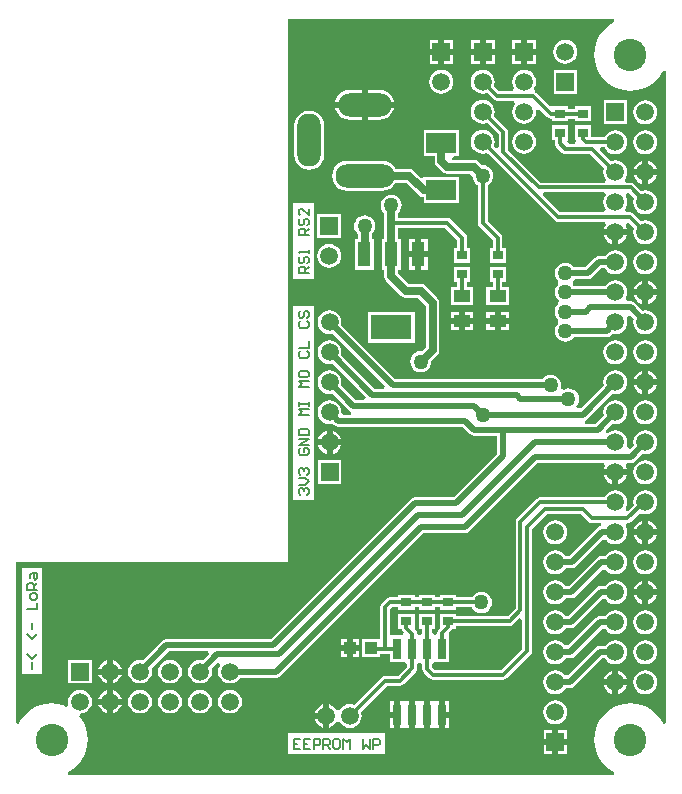
<source format=gtl>
G04 Layer_Physical_Order=1*
G04 Layer_Color=255*
%FSLAX44Y44*%
%MOMM*%
G71*
G01*
G75*
%ADD10R,0.8500X0.8000*%
%ADD11R,1.4000X1.0000*%
%ADD12C,1.5000*%
%ADD13R,1.0000X1.0000*%
%ADD14R,2.5000X1.7000*%
%ADD15R,3.5000X2.1500*%
%ADD16R,1.1000X2.1500*%
%ADD17R,1.1000X2.1500*%
%ADD18R,0.6500X1.7500*%
%ADD19C,0.3048*%
%ADD20C,0.6350*%
%ADD21C,0.5080*%
%ADD22C,0.2032*%
%ADD23R,1.5000X1.5000*%
%ADD24C,2.7500*%
%ADD25R,1.5000X1.5000*%
%ADD26O,4.5000X2.0000*%
%ADD27O,2.0000X4.5000*%
%ADD28O,5.0000X2.0000*%
%ADD29C,1.2700*%
G36*
X1160984Y895000D02*
X1161489Y892460D01*
X1161092Y892296D01*
X1156993Y889784D01*
X1153338Y886662D01*
X1150216Y883007D01*
X1147704Y878908D01*
X1145865Y874467D01*
X1144743Y869792D01*
X1144366Y865000D01*
X1144743Y860208D01*
X1145865Y855533D01*
X1147704Y851092D01*
X1150216Y846993D01*
X1153338Y843338D01*
X1156993Y840216D01*
X1161092Y837704D01*
X1165534Y835865D01*
X1170208Y834743D01*
X1175000Y834366D01*
X1179792Y834743D01*
X1184467Y835865D01*
X1188908Y837704D01*
X1193007Y840216D01*
X1196662Y843338D01*
X1199784Y846993D01*
X1202296Y851092D01*
X1202460Y851489D01*
X1205000Y850984D01*
X1205000Y299016D01*
X1202460Y298511D01*
X1202296Y298908D01*
X1199784Y303006D01*
X1196662Y306662D01*
X1193007Y309784D01*
X1188908Y312295D01*
X1184467Y314135D01*
X1179792Y315257D01*
X1175000Y315634D01*
X1170208Y315257D01*
X1165534Y314135D01*
X1161092Y312295D01*
X1156993Y309784D01*
X1153338Y306662D01*
X1150216Y303006D01*
X1147704Y298908D01*
X1145865Y294466D01*
X1144743Y289792D01*
X1144366Y285000D01*
X1144743Y280208D01*
X1145865Y275533D01*
X1147704Y271092D01*
X1150216Y266994D01*
X1153338Y263338D01*
X1156993Y260216D01*
X1161092Y257705D01*
X1161489Y257540D01*
X1160984Y255000D01*
X699020Y255002D01*
X698514Y257542D01*
X698908Y257705D01*
X703007Y260216D01*
X706662Y263338D01*
X709784Y266994D01*
X712296Y271092D01*
X714135Y275533D01*
X715257Y280208D01*
X715634Y285000D01*
X715257Y289792D01*
X714135Y294466D01*
X712296Y298908D01*
X709784Y303006D01*
X708339Y304699D01*
X708655Y305883D01*
X709508Y307240D01*
X711621Y307518D01*
X714063Y308530D01*
X716161Y310139D01*
X717770Y312237D01*
X718782Y314679D01*
X719127Y317300D01*
X718782Y319921D01*
X717770Y322363D01*
X716161Y324461D01*
X714063Y326070D01*
X711621Y327082D01*
X709000Y327427D01*
X706379Y327082D01*
X703937Y326070D01*
X701839Y324461D01*
X700230Y322363D01*
X699218Y319921D01*
X698873Y317300D01*
X699185Y314930D01*
X698604Y314185D01*
X697156Y313021D01*
X694467Y314135D01*
X689792Y315257D01*
X685000Y315634D01*
X680208Y315257D01*
X675533Y314135D01*
X671092Y312295D01*
X666993Y309784D01*
X663338Y306662D01*
X660216Y303006D01*
X657704Y298908D01*
X657540Y298510D01*
X655000Y299016D01*
X655000Y435000D01*
X885000D01*
X885000Y895000D01*
X1160984Y895000D01*
D02*
G37*
%LPC*%
G36*
X1095040Y877540D02*
X1087540D01*
Y870040D01*
X1095040D01*
Y877540D01*
D02*
G37*
G36*
X1082460D02*
X1074960D01*
Y870040D01*
X1082460D01*
Y877540D01*
D02*
G37*
G36*
X1060040D02*
X1052540D01*
Y870040D01*
X1060040D01*
Y877540D01*
D02*
G37*
G36*
X1047460D02*
X1039960D01*
Y870040D01*
X1047460D01*
Y877540D01*
D02*
G37*
G36*
X1025040D02*
X1017540D01*
Y870040D01*
X1025040D01*
Y877540D01*
D02*
G37*
G36*
X1012460D02*
X1004960D01*
Y870040D01*
X1012460D01*
Y877540D01*
D02*
G37*
G36*
X1095040Y864960D02*
X1087540D01*
Y857460D01*
X1095040D01*
Y864960D01*
D02*
G37*
G36*
X1082460D02*
X1074960D01*
Y857460D01*
X1082460D01*
Y864960D01*
D02*
G37*
G36*
X1060040D02*
X1052540D01*
Y857460D01*
X1060040D01*
Y864960D01*
D02*
G37*
G36*
X1047460D02*
X1039960D01*
Y857460D01*
X1047460D01*
Y864960D01*
D02*
G37*
G36*
X1025040D02*
X1017540D01*
Y857460D01*
X1025040D01*
Y864960D01*
D02*
G37*
G36*
X1012460D02*
X1004960D01*
Y857460D01*
X1012460D01*
Y864960D01*
D02*
G37*
G36*
X1120000Y877627D02*
X1117379Y877282D01*
X1114937Y876270D01*
X1112839Y874661D01*
X1111230Y872563D01*
X1110218Y870121D01*
X1109873Y867500D01*
X1110218Y864879D01*
X1111230Y862437D01*
X1112839Y860339D01*
X1114937Y858730D01*
X1117379Y857718D01*
X1120000Y857373D01*
X1122621Y857718D01*
X1125063Y858730D01*
X1127161Y860339D01*
X1128770Y862437D01*
X1129782Y864879D01*
X1130127Y867500D01*
X1129782Y870121D01*
X1128770Y872563D01*
X1127161Y874661D01*
X1125063Y876270D01*
X1122621Y877282D01*
X1120000Y877627D01*
D02*
G37*
G36*
X1085000Y852227D02*
X1082379Y851882D01*
X1079937Y850870D01*
X1077839Y849261D01*
X1076230Y847163D01*
X1075219Y844721D01*
X1074873Y842100D01*
X1075219Y839479D01*
X1076230Y837037D01*
X1076501Y836684D01*
X1075248Y834144D01*
X1063816D01*
X1059401Y838559D01*
X1059782Y839479D01*
X1060127Y842100D01*
X1059782Y844721D01*
X1058770Y847163D01*
X1057161Y849261D01*
X1055063Y850870D01*
X1052621Y851882D01*
X1050000Y852227D01*
X1047379Y851882D01*
X1044937Y850870D01*
X1042839Y849261D01*
X1041230Y847163D01*
X1040219Y844721D01*
X1039873Y842100D01*
X1040219Y839479D01*
X1041230Y837037D01*
X1042839Y834939D01*
X1044937Y833330D01*
X1047379Y832318D01*
X1050000Y831973D01*
X1052621Y832318D01*
X1053541Y832699D01*
X1059170Y827070D01*
X1060514Y826172D01*
X1062100Y825856D01*
X1076282D01*
X1076829Y825156D01*
X1077422Y823316D01*
X1076230Y821763D01*
X1075219Y819321D01*
X1074873Y816700D01*
X1075219Y814079D01*
X1076230Y811637D01*
X1077839Y809539D01*
X1079937Y807930D01*
X1082379Y806918D01*
X1085000Y806573D01*
X1087621Y806918D01*
X1090063Y807930D01*
X1092161Y809539D01*
X1093770Y811637D01*
X1094782Y814079D01*
X1095127Y816700D01*
X1094941Y818106D01*
X1097347Y819293D01*
X1104570Y812070D01*
X1105914Y811172D01*
X1107500Y810856D01*
X1108210D01*
Y808460D01*
X1121790D01*
Y810856D01*
X1128210D01*
Y808460D01*
X1141790D01*
Y821540D01*
X1128210D01*
Y819144D01*
X1121790D01*
Y821540D01*
X1108210D01*
Y821540D01*
X1107227Y821133D01*
X1095430Y832930D01*
X1094366Y833641D01*
X1094004Y834152D01*
X1093400Y836554D01*
X1093770Y837037D01*
X1094782Y839479D01*
X1095127Y842100D01*
X1094782Y844721D01*
X1093770Y847163D01*
X1092161Y849261D01*
X1090063Y850870D01*
X1087621Y851882D01*
X1085000Y852227D01*
D02*
G37*
G36*
X1130040Y852140D02*
X1109960D01*
Y832060D01*
X1130040D01*
Y852140D01*
D02*
G37*
G36*
X1015000Y852227D02*
X1012379Y851882D01*
X1009937Y850870D01*
X1007840Y849261D01*
X1006230Y847163D01*
X1005219Y844721D01*
X1004874Y842100D01*
X1005219Y839479D01*
X1006230Y837037D01*
X1007840Y834939D01*
X1009937Y833330D01*
X1012379Y832318D01*
X1015000Y831973D01*
X1017621Y832318D01*
X1020063Y833330D01*
X1022161Y834939D01*
X1023770Y837037D01*
X1024782Y839479D01*
X1025127Y842100D01*
X1024782Y844721D01*
X1023770Y847163D01*
X1022161Y849261D01*
X1020063Y850870D01*
X1017621Y851882D01*
X1015000Y852227D01*
D02*
G37*
G36*
X962500Y835148D02*
X952540D01*
Y825040D01*
X974814D01*
X974717Y825774D01*
X973454Y828824D01*
X971444Y831444D01*
X968824Y833454D01*
X965774Y834717D01*
X962500Y835148D01*
D02*
G37*
G36*
X947460D02*
X937500D01*
X934226Y834717D01*
X931176Y833454D01*
X928556Y831444D01*
X926546Y828824D01*
X925283Y825774D01*
X925186Y825040D01*
X947460D01*
Y835148D01*
D02*
G37*
G36*
X974814Y819960D02*
X952540D01*
Y809852D01*
X962500D01*
X965774Y810283D01*
X968824Y811546D01*
X971444Y813556D01*
X973454Y816176D01*
X974717Y819226D01*
X974814Y819960D01*
D02*
G37*
G36*
X947460D02*
X925186D01*
X925283Y819226D01*
X926546Y816176D01*
X928556Y813556D01*
X931176Y811546D01*
X934226Y810283D01*
X937500Y809852D01*
X947460D01*
Y819960D01*
D02*
G37*
G36*
X1172340Y826340D02*
X1152260D01*
Y806260D01*
X1172340D01*
Y826340D01*
D02*
G37*
G36*
X1187700Y826427D02*
X1185079Y826082D01*
X1182637Y825070D01*
X1180539Y823461D01*
X1178930Y821363D01*
X1177919Y818921D01*
X1177573Y816300D01*
X1177919Y813679D01*
X1178930Y811237D01*
X1180539Y809139D01*
X1182637Y807530D01*
X1185079Y806518D01*
X1187700Y806173D01*
X1190321Y806518D01*
X1192764Y807530D01*
X1194861Y809139D01*
X1196470Y811237D01*
X1197482Y813679D01*
X1197827Y816300D01*
X1197482Y818921D01*
X1196470Y821363D01*
X1194861Y823461D01*
X1192764Y825070D01*
X1190321Y826082D01*
X1187700Y826427D01*
D02*
G37*
G36*
X1050000Y826827D02*
X1047379Y826482D01*
X1044937Y825470D01*
X1042839Y823861D01*
X1041230Y821763D01*
X1040219Y819321D01*
X1039873Y816700D01*
X1040219Y814079D01*
X1041230Y811637D01*
X1042839Y809539D01*
X1044937Y807930D01*
X1047379Y806918D01*
X1050000Y806573D01*
X1052621Y806918D01*
X1053541Y807299D01*
X1063356Y797484D01*
Y787122D01*
X1061181Y786221D01*
X1059472Y787931D01*
X1059782Y788679D01*
X1060127Y791300D01*
X1059782Y793921D01*
X1058770Y796363D01*
X1057161Y798461D01*
X1055063Y800070D01*
X1052621Y801082D01*
X1050000Y801427D01*
X1047379Y801082D01*
X1044937Y800070D01*
X1042839Y798461D01*
X1041230Y796363D01*
X1040219Y793921D01*
X1039873Y791300D01*
X1040219Y788679D01*
X1041230Y786237D01*
X1042839Y784139D01*
X1044937Y782530D01*
X1047379Y781518D01*
X1050000Y781173D01*
X1052621Y781518D01*
X1053541Y781899D01*
X1110870Y724570D01*
X1112214Y723672D01*
X1113800Y723356D01*
X1153086D01*
X1154338Y720816D01*
X1153530Y719763D01*
X1152519Y717321D01*
X1152508Y717240D01*
X1162300D01*
X1172092D01*
X1172082Y717321D01*
X1171070Y719763D01*
X1170889Y719999D01*
X1172023Y722509D01*
X1173824Y722716D01*
X1178299Y718241D01*
X1177919Y717321D01*
X1177573Y714700D01*
X1177919Y712079D01*
X1178930Y709637D01*
X1180539Y707539D01*
X1182637Y705930D01*
X1185079Y704918D01*
X1187700Y704573D01*
X1190321Y704918D01*
X1192764Y705930D01*
X1194861Y707539D01*
X1196470Y709637D01*
X1197482Y712079D01*
X1197827Y714700D01*
X1197482Y717321D01*
X1196470Y719763D01*
X1194861Y721861D01*
X1192764Y723470D01*
X1190321Y724482D01*
X1187700Y724827D01*
X1185079Y724482D01*
X1184159Y724101D01*
X1177830Y730430D01*
X1176486Y731328D01*
X1174900Y731644D01*
X1171668D01*
X1170415Y734184D01*
X1171070Y735037D01*
X1172082Y737479D01*
X1172427Y740100D01*
X1172082Y742721D01*
X1171076Y745150D01*
X1171083Y745192D01*
X1172195Y747588D01*
X1174137Y747803D01*
X1178299Y743641D01*
X1177919Y742721D01*
X1177573Y740100D01*
X1177919Y737479D01*
X1178930Y735037D01*
X1180539Y732939D01*
X1182637Y731330D01*
X1185079Y730318D01*
X1187700Y729973D01*
X1190321Y730318D01*
X1192764Y731330D01*
X1194861Y732939D01*
X1196470Y735037D01*
X1197482Y737479D01*
X1197827Y740100D01*
X1197482Y742721D01*
X1196470Y745163D01*
X1194861Y747261D01*
X1192764Y748870D01*
X1190321Y749882D01*
X1187700Y750227D01*
X1185079Y749882D01*
X1184159Y749501D01*
X1178230Y755430D01*
X1176886Y756328D01*
X1175300Y756644D01*
X1171217D01*
X1170109Y759184D01*
X1171070Y760437D01*
X1172082Y762879D01*
X1172427Y765500D01*
X1172082Y768121D01*
X1171070Y770563D01*
X1169461Y772661D01*
X1167364Y774270D01*
X1164921Y775282D01*
X1162300Y775627D01*
X1159679Y775282D01*
X1158760Y774901D01*
X1149250Y784410D01*
X1150222Y786756D01*
X1153149D01*
X1153530Y785837D01*
X1155139Y783739D01*
X1157237Y782130D01*
X1159679Y781118D01*
X1162300Y780773D01*
X1164921Y781118D01*
X1167364Y782130D01*
X1169461Y783739D01*
X1171070Y785837D01*
X1172082Y788279D01*
X1172427Y790900D01*
X1172082Y793521D01*
X1171070Y795963D01*
X1169461Y798061D01*
X1167364Y799670D01*
X1164921Y800682D01*
X1162300Y801027D01*
X1159679Y800682D01*
X1157237Y799670D01*
X1155139Y798061D01*
X1153530Y795963D01*
X1153149Y795044D01*
X1141790D01*
Y805540D01*
X1128210D01*
Y792460D01*
X1128753D01*
X1129193Y791684D01*
X1127713Y789144D01*
X1123359D01*
X1121500Y791594D01*
X1121790Y792460D01*
X1121790D01*
Y805540D01*
X1108210D01*
Y792460D01*
X1110856D01*
Y790000D01*
X1111172Y788414D01*
X1112070Y787070D01*
X1117070Y782070D01*
X1118414Y781172D01*
X1120000Y780856D01*
X1141084D01*
X1152899Y769041D01*
X1152519Y768121D01*
X1152173Y765500D01*
X1152519Y762879D01*
X1153530Y760437D01*
X1154492Y759184D01*
X1153383Y756644D01*
X1099216D01*
X1071644Y784216D01*
Y799200D01*
X1071328Y800786D01*
X1070430Y802130D01*
X1059401Y813159D01*
X1059782Y814079D01*
X1060127Y816700D01*
X1059782Y819321D01*
X1058770Y821763D01*
X1057161Y823861D01*
X1055063Y825470D01*
X1052621Y826482D01*
X1050000Y826827D01*
D02*
G37*
G36*
X1085000Y801427D02*
X1082379Y801082D01*
X1079937Y800070D01*
X1077839Y798461D01*
X1076230Y796363D01*
X1075219Y793921D01*
X1074873Y791300D01*
X1075219Y788679D01*
X1076230Y786237D01*
X1077839Y784139D01*
X1079937Y782530D01*
X1082379Y781518D01*
X1085000Y781173D01*
X1087621Y781518D01*
X1090063Y782530D01*
X1092161Y784139D01*
X1093770Y786237D01*
X1094782Y788679D01*
X1095127Y791300D01*
X1094782Y793921D01*
X1093770Y796363D01*
X1092161Y798461D01*
X1090063Y800070D01*
X1087621Y801082D01*
X1085000Y801427D01*
D02*
G37*
G36*
X1187700Y801027D02*
X1185079Y800682D01*
X1182637Y799670D01*
X1180539Y798061D01*
X1178930Y795963D01*
X1177919Y793521D01*
X1177573Y790900D01*
X1177919Y788279D01*
X1178930Y785837D01*
X1180539Y783739D01*
X1182637Y782130D01*
X1185079Y781118D01*
X1187700Y780773D01*
X1190321Y781118D01*
X1192764Y782130D01*
X1194861Y783739D01*
X1196470Y785837D01*
X1197482Y788279D01*
X1197827Y790900D01*
X1197482Y793521D01*
X1196470Y795963D01*
X1194861Y798061D01*
X1192764Y799670D01*
X1190321Y800682D01*
X1187700Y801027D01*
D02*
G37*
G36*
X1190240Y775292D02*
Y768040D01*
X1197492D01*
X1197482Y768121D01*
X1196470Y770563D01*
X1194861Y772661D01*
X1192764Y774270D01*
X1190321Y775282D01*
X1190240Y775292D01*
D02*
G37*
G36*
X1185160Y775292D02*
X1185079Y775282D01*
X1182637Y774270D01*
X1180539Y772661D01*
X1178930Y770563D01*
X1177919Y768121D01*
X1177908Y768040D01*
X1185160D01*
Y775292D01*
D02*
G37*
G36*
X903000Y817648D02*
X899726Y817217D01*
X896676Y815954D01*
X894056Y813944D01*
X892046Y811324D01*
X890783Y808274D01*
X890352Y805000D01*
Y780000D01*
X890783Y776726D01*
X892046Y773676D01*
X894056Y771056D01*
X896676Y769046D01*
X899726Y767783D01*
X903000Y767352D01*
X906274Y767783D01*
X909324Y769046D01*
X911944Y771056D01*
X913954Y773676D01*
X915217Y776726D01*
X915648Y780000D01*
Y805000D01*
X915217Y808274D01*
X913954Y811324D01*
X911944Y813944D01*
X909324Y815954D01*
X906274Y817217D01*
X903000Y817648D01*
D02*
G37*
G36*
X1185160Y762960D02*
X1177908D01*
X1177919Y762879D01*
X1178930Y760437D01*
X1180539Y758339D01*
X1182637Y756730D01*
X1185079Y755718D01*
X1185160Y755708D01*
Y762960D01*
D02*
G37*
G36*
X1197492D02*
X1190240D01*
Y755708D01*
X1190321Y755718D01*
X1192764Y756730D01*
X1194861Y758339D01*
X1196470Y760437D01*
X1197482Y762879D01*
X1197492Y762960D01*
D02*
G37*
G36*
X965000Y775148D02*
X935000D01*
X931726Y774717D01*
X928676Y773454D01*
X926056Y771444D01*
X924046Y768824D01*
X922783Y765774D01*
X922352Y762500D01*
X922783Y759226D01*
X924046Y756176D01*
X926056Y753556D01*
X928676Y751546D01*
X931726Y750283D01*
X935000Y749852D01*
X965000D01*
X968274Y750283D01*
X971324Y751546D01*
X973944Y753556D01*
X975954Y756176D01*
X976160Y756673D01*
X985086D01*
X995880Y745880D01*
X997770Y744617D01*
X999960Y744181D01*
Y738960D01*
X1030040D01*
Y761040D01*
X999960D01*
Y761040D01*
X998009Y760232D01*
X991620Y766620D01*
X989730Y767883D01*
X987500Y768327D01*
X976160D01*
X975954Y768824D01*
X973944Y771444D01*
X971324Y773454D01*
X968274Y774717D01*
X965000Y775148D01*
D02*
G37*
G36*
X930040Y730040D02*
X909960D01*
Y709960D01*
X930040D01*
Y730040D01*
D02*
G37*
G36*
X1159760Y712160D02*
X1152508D01*
X1152519Y712079D01*
X1153530Y709637D01*
X1155139Y707539D01*
X1157237Y705930D01*
X1159679Y704918D01*
X1159760Y704908D01*
Y712160D01*
D02*
G37*
G36*
X1172092D02*
X1164840D01*
Y704908D01*
X1164921Y704918D01*
X1167364Y705930D01*
X1169461Y707539D01*
X1171070Y709637D01*
X1172082Y712079D01*
X1172092Y712160D01*
D02*
G37*
G36*
X1003540Y709290D02*
X998040D01*
Y698540D01*
X1003540D01*
Y709290D01*
D02*
G37*
G36*
X992960D02*
X987460D01*
Y698540D01*
X992960D01*
Y709290D01*
D02*
G37*
G36*
X1030040Y801040D02*
X999960D01*
Y778960D01*
X1009173D01*
Y775000D01*
X1009617Y772770D01*
X1010880Y770880D01*
X1015880Y765880D01*
X1017770Y764617D01*
X1020000Y764173D01*
X1039004D01*
X1041033Y762500D01*
X1041339Y760179D01*
X1042235Y758017D01*
X1043660Y756160D01*
X1045517Y754735D01*
X1045856Y754594D01*
Y722500D01*
X1046172Y720914D01*
X1047070Y719570D01*
X1058356Y708284D01*
Y701540D01*
X1055710D01*
Y688460D01*
X1069290D01*
Y701540D01*
X1066644D01*
Y710000D01*
X1066328Y711586D01*
X1065430Y712930D01*
X1054144Y724216D01*
Y754594D01*
X1054483Y754735D01*
X1056340Y756160D01*
X1057765Y758017D01*
X1058661Y760179D01*
X1058967Y762500D01*
X1058661Y764821D01*
X1057765Y766983D01*
X1056340Y768840D01*
X1054483Y770265D01*
X1052321Y771161D01*
X1050000Y771467D01*
X1049358Y771382D01*
X1046620Y774120D01*
X1044730Y775383D01*
X1042500Y775827D01*
X1024324D01*
X1023928Y776420D01*
X1025286Y778960D01*
X1030040D01*
Y801040D01*
D02*
G37*
G36*
X972500Y746467D02*
X970179Y746161D01*
X968017Y745265D01*
X966160Y743840D01*
X964735Y741983D01*
X963839Y739821D01*
X963533Y737500D01*
X963839Y735179D01*
X964735Y733017D01*
X966160Y731160D01*
X966673Y730766D01*
Y709290D01*
X964460D01*
Y682710D01*
X966673D01*
Y677500D01*
X967117Y675270D01*
X968380Y673380D01*
X980880Y660880D01*
X982770Y659617D01*
X985000Y659173D01*
X995086D01*
X1001673Y652586D01*
Y617414D01*
X998142Y613882D01*
X997500Y613967D01*
X995179Y613661D01*
X993017Y612765D01*
X991160Y611340D01*
X989735Y609483D01*
X988839Y607321D01*
X988533Y605000D01*
X988839Y602679D01*
X989735Y600517D01*
X991160Y598660D01*
X993017Y597235D01*
X995179Y596339D01*
X997500Y596033D01*
X999821Y596339D01*
X1001983Y597235D01*
X1003840Y598660D01*
X1005265Y600517D01*
X1006161Y602679D01*
X1006467Y605000D01*
X1006382Y605642D01*
X1011620Y610880D01*
X1012883Y612770D01*
X1013327Y615000D01*
Y655000D01*
X1012883Y657230D01*
X1011620Y659120D01*
X1001620Y669120D01*
X999730Y670383D01*
X997500Y670827D01*
X987414D01*
X978327Y679914D01*
Y682710D01*
X980540D01*
Y709290D01*
X978327D01*
Y718356D01*
X1018284D01*
X1028356Y708284D01*
Y701540D01*
X1025710D01*
Y688460D01*
X1039290D01*
Y701540D01*
X1036644D01*
Y710000D01*
X1036328Y711586D01*
X1035430Y712930D01*
X1022930Y725430D01*
X1021586Y726328D01*
X1020000Y726644D01*
X978327D01*
Y730766D01*
X978840Y731160D01*
X980265Y733017D01*
X981161Y735179D01*
X981467Y737500D01*
X981161Y739821D01*
X980265Y741983D01*
X978840Y743840D01*
X976983Y745265D01*
X974821Y746161D01*
X972500Y746467D01*
D02*
G37*
G36*
X1162300Y699427D02*
X1159679Y699082D01*
X1157237Y698070D01*
X1155139Y696461D01*
X1153619Y694480D01*
X1148267D01*
X1146285Y694085D01*
X1144604Y692962D01*
X1136820Y685178D01*
X1127229D01*
X1126338Y686339D01*
X1124481Y687764D01*
X1122318Y688660D01*
X1119998Y688965D01*
X1117677Y688660D01*
X1115514Y687764D01*
X1113657Y686339D01*
X1112232Y684482D01*
X1111337Y682319D01*
X1111031Y679999D01*
X1111337Y677678D01*
X1112232Y675515D01*
X1113657Y673658D01*
X1113734Y673599D01*
Y670398D01*
X1113660Y670340D01*
X1112235Y668483D01*
X1111339Y666321D01*
X1111033Y664000D01*
X1111339Y661679D01*
X1112235Y659517D01*
X1113660Y657660D01*
X1114107Y657316D01*
X1114106Y654183D01*
X1113657Y653839D01*
X1112232Y651982D01*
X1111337Y649819D01*
X1111031Y647499D01*
X1111337Y645178D01*
X1112232Y643015D01*
X1113657Y641158D01*
X1114103Y640816D01*
X1114104Y637682D01*
X1113660Y637340D01*
X1112235Y635483D01*
X1111339Y633321D01*
X1111033Y631000D01*
X1111339Y628679D01*
X1112235Y626517D01*
X1113660Y624660D01*
X1115517Y623235D01*
X1117679Y622339D01*
X1120000Y622033D01*
X1122321Y622339D01*
X1124483Y623235D01*
X1126340Y624660D01*
X1127231Y625821D01*
X1154800D01*
X1156782Y626215D01*
X1158463Y627337D01*
X1159824Y628699D01*
X1162300Y628373D01*
X1164921Y628718D01*
X1167364Y629730D01*
X1169461Y631339D01*
X1171070Y633437D01*
X1172082Y635879D01*
X1172427Y638500D01*
X1172082Y641121D01*
X1171814Y641768D01*
X1173513Y644304D01*
X1174515Y644360D01*
X1177899Y640976D01*
X1177573Y638500D01*
X1177919Y635879D01*
X1178930Y633437D01*
X1180539Y631339D01*
X1182637Y629730D01*
X1185079Y628718D01*
X1187700Y628373D01*
X1190321Y628718D01*
X1192764Y629730D01*
X1194861Y631339D01*
X1196470Y633437D01*
X1197482Y635879D01*
X1197827Y638500D01*
X1197482Y641121D01*
X1196470Y643563D01*
X1194861Y645661D01*
X1192764Y647270D01*
X1190321Y648282D01*
X1187700Y648627D01*
X1185224Y648301D01*
X1178783Y654743D01*
X1177102Y655865D01*
X1175120Y656260D01*
X1172294D01*
X1171042Y658800D01*
X1171070Y658837D01*
X1172082Y661279D01*
X1172427Y663900D01*
X1172082Y666521D01*
X1171070Y668963D01*
X1169461Y671061D01*
X1167364Y672670D01*
X1164921Y673682D01*
X1162300Y674027D01*
X1159679Y673682D01*
X1157237Y672670D01*
X1155139Y671061D01*
X1153619Y669080D01*
X1127308D01*
X1126340Y670340D01*
X1126377Y672798D01*
X1128299Y674819D01*
X1138965D01*
X1140947Y675213D01*
X1142628Y676336D01*
X1150412Y684120D01*
X1153619D01*
X1155139Y682139D01*
X1157237Y680530D01*
X1159679Y679518D01*
X1162300Y679173D01*
X1164921Y679518D01*
X1167364Y680530D01*
X1169461Y682139D01*
X1171070Y684237D01*
X1172082Y686679D01*
X1172427Y689300D01*
X1172082Y691921D01*
X1171070Y694363D01*
X1169461Y696461D01*
X1167364Y698070D01*
X1164921Y699082D01*
X1162300Y699427D01*
D02*
G37*
G36*
X920000Y704727D02*
X917379Y704382D01*
X914937Y703370D01*
X912839Y701761D01*
X911230Y699663D01*
X910218Y697221D01*
X909873Y694600D01*
X910218Y691979D01*
X911230Y689537D01*
X912839Y687439D01*
X914937Y685830D01*
X917379Y684818D01*
X920000Y684473D01*
X922621Y684818D01*
X925063Y685830D01*
X927161Y687439D01*
X928770Y689537D01*
X929782Y691979D01*
X930127Y694600D01*
X929782Y697221D01*
X928770Y699663D01*
X927161Y701761D01*
X925063Y703370D01*
X922621Y704382D01*
X920000Y704727D01*
D02*
G37*
G36*
X1003540Y693460D02*
X998040D01*
Y682710D01*
X1003540D01*
Y693460D01*
D02*
G37*
G36*
X992960D02*
X987460D01*
Y682710D01*
X992960D01*
Y693460D01*
D02*
G37*
G36*
X950000Y728967D02*
X947679Y728661D01*
X945517Y727765D01*
X943660Y726340D01*
X942235Y724483D01*
X941339Y722321D01*
X941033Y720000D01*
X941339Y717679D01*
X942235Y715517D01*
X943660Y713660D01*
X944173Y713266D01*
Y709290D01*
X941460D01*
Y682710D01*
X957540D01*
Y709290D01*
X955827D01*
Y713266D01*
X956340Y713660D01*
X957765Y715517D01*
X958661Y717679D01*
X958967Y720000D01*
X958661Y722321D01*
X957765Y724483D01*
X956340Y726340D01*
X954483Y727765D01*
X952321Y728661D01*
X950000Y728967D01*
D02*
G37*
G36*
X1187700Y699427D02*
X1185079Y699082D01*
X1182637Y698070D01*
X1180539Y696461D01*
X1178930Y694363D01*
X1177919Y691921D01*
X1177573Y689300D01*
X1177919Y686679D01*
X1178930Y684237D01*
X1180539Y682139D01*
X1182637Y680530D01*
X1185079Y679518D01*
X1187700Y679173D01*
X1190321Y679518D01*
X1192764Y680530D01*
X1194861Y682139D01*
X1196470Y684237D01*
X1197482Y686679D01*
X1197827Y689300D01*
X1197482Y691921D01*
X1196470Y694363D01*
X1194861Y696461D01*
X1192764Y698070D01*
X1190321Y699082D01*
X1187700Y699427D01*
D02*
G37*
G36*
X907072Y739037D02*
X889549D01*
Y675428D01*
X907072D01*
Y739037D01*
D02*
G37*
G36*
X1190240Y673692D02*
Y666440D01*
X1197492D01*
X1197482Y666521D01*
X1196470Y668963D01*
X1194861Y671061D01*
X1192764Y672670D01*
X1190321Y673682D01*
X1190240Y673692D01*
D02*
G37*
G36*
X1185160Y673692D02*
X1185079Y673682D01*
X1182637Y672670D01*
X1180539Y671061D01*
X1178930Y668963D01*
X1177919Y666521D01*
X1177908Y666440D01*
X1185160D01*
Y673692D01*
D02*
G37*
G36*
Y661360D02*
X1177908D01*
X1177919Y661279D01*
X1178930Y658837D01*
X1180539Y656739D01*
X1182637Y655130D01*
X1185079Y654118D01*
X1185160Y654108D01*
Y661360D01*
D02*
G37*
G36*
X1197492D02*
X1190240D01*
Y654108D01*
X1190321Y654118D01*
X1192764Y655130D01*
X1194861Y656739D01*
X1196470Y658837D01*
X1197482Y661279D01*
X1197492Y661360D01*
D02*
G37*
G36*
X1069290Y685540D02*
X1055710D01*
Y672460D01*
X1058356D01*
Y668041D01*
X1052959D01*
Y652961D01*
X1072038D01*
Y668041D01*
X1066644D01*
Y672460D01*
X1069290D01*
Y685540D01*
D02*
G37*
G36*
X1039290D02*
X1025710D01*
Y672460D01*
X1028356D01*
Y668041D01*
X1022959D01*
Y652961D01*
X1042038D01*
Y668041D01*
X1036644D01*
Y672460D01*
X1039290D01*
Y685540D01*
D02*
G37*
G36*
X1042038Y647042D02*
X1035038D01*
Y642042D01*
X1042038D01*
Y647042D01*
D02*
G37*
G36*
X1029958D02*
X1022959D01*
Y642042D01*
X1029958D01*
Y647042D01*
D02*
G37*
G36*
X1072038D02*
X1065039D01*
Y642042D01*
X1072038D01*
Y647042D01*
D02*
G37*
G36*
X1059958D02*
X1052959D01*
Y642042D01*
X1059958D01*
Y647042D01*
D02*
G37*
G36*
X1072038Y636962D02*
X1065039D01*
Y631962D01*
X1072038D01*
Y636962D01*
D02*
G37*
G36*
X1059958D02*
X1052959D01*
Y631962D01*
X1059958D01*
Y636962D01*
D02*
G37*
G36*
X1042038Y636962D02*
X1035038D01*
Y631962D01*
X1042038D01*
Y636962D01*
D02*
G37*
G36*
X1029958D02*
X1022959D01*
Y631962D01*
X1029958D01*
Y636962D01*
D02*
G37*
G36*
X992540Y647290D02*
X952460D01*
Y620710D01*
X992540D01*
Y647290D01*
D02*
G37*
G36*
X1187700Y623227D02*
X1185079Y622882D01*
X1182637Y621870D01*
X1180539Y620261D01*
X1178930Y618163D01*
X1177919Y615721D01*
X1177573Y613100D01*
X1177919Y610479D01*
X1178930Y608037D01*
X1180539Y605939D01*
X1182637Y604330D01*
X1185079Y603318D01*
X1187700Y602973D01*
X1190321Y603318D01*
X1192764Y604330D01*
X1194861Y605939D01*
X1196470Y608037D01*
X1197482Y610479D01*
X1197827Y613100D01*
X1197482Y615721D01*
X1196470Y618163D01*
X1194861Y620261D01*
X1192764Y621870D01*
X1190321Y622882D01*
X1187700Y623227D01*
D02*
G37*
G36*
X1162300D02*
X1159679Y622882D01*
X1157237Y621870D01*
X1155139Y620261D01*
X1153530Y618163D01*
X1152519Y615721D01*
X1152173Y613100D01*
X1152519Y610479D01*
X1153530Y608037D01*
X1155139Y605939D01*
X1157237Y604330D01*
X1159679Y603318D01*
X1162300Y602973D01*
X1164921Y603318D01*
X1167364Y604330D01*
X1169461Y605939D01*
X1171070Y608037D01*
X1172082Y610479D01*
X1172427Y613100D01*
X1172082Y615721D01*
X1171070Y618163D01*
X1169461Y620261D01*
X1167364Y621870D01*
X1164921Y622882D01*
X1162300Y623227D01*
D02*
G37*
G36*
X1190240Y597492D02*
Y590240D01*
X1197492D01*
X1197482Y590321D01*
X1196470Y592763D01*
X1194861Y594861D01*
X1192764Y596470D01*
X1190321Y597482D01*
X1190240Y597492D01*
D02*
G37*
G36*
X1185160Y597492D02*
X1185079Y597482D01*
X1182637Y596470D01*
X1180539Y594861D01*
X1178930Y592763D01*
X1177919Y590321D01*
X1177908Y590240D01*
X1185160D01*
Y597492D01*
D02*
G37*
G36*
X920238Y648627D02*
X917617Y648282D01*
X915175Y647270D01*
X913078Y645661D01*
X911468Y643563D01*
X910457Y641121D01*
X910112Y638500D01*
X910457Y635879D01*
X911468Y633437D01*
X913078Y631339D01*
X915175Y629730D01*
X917617Y628719D01*
X920238Y628373D01*
X922714Y628699D01*
X967121Y584293D01*
X966149Y581946D01*
X958717D01*
X930039Y610624D01*
X930365Y613100D01*
X930020Y615721D01*
X929008Y618163D01*
X927399Y620261D01*
X925302Y621870D01*
X922859Y622882D01*
X920238Y623227D01*
X917617Y622882D01*
X915175Y621870D01*
X913078Y620261D01*
X911468Y618163D01*
X910457Y615721D01*
X910112Y613100D01*
X910457Y610479D01*
X911468Y608037D01*
X913078Y605939D01*
X915175Y604330D01*
X917617Y603319D01*
X920238Y602974D01*
X922714Y603299D01*
X950794Y575219D01*
X949742Y572679D01*
X942584D01*
X930039Y585224D01*
X930365Y587700D01*
X930020Y590321D01*
X929008Y592763D01*
X927399Y594861D01*
X925302Y596470D01*
X922859Y597482D01*
X920238Y597827D01*
X917617Y597482D01*
X915175Y596470D01*
X913078Y594861D01*
X911468Y592763D01*
X910457Y590321D01*
X910112Y587700D01*
X910457Y585079D01*
X911468Y582637D01*
X913078Y580540D01*
X915175Y578930D01*
X917617Y577919D01*
X920238Y577574D01*
X922714Y577899D01*
X936776Y563838D01*
X938456Y562715D01*
X938182Y560179D01*
X932012D01*
X930337Y562089D01*
X930365Y562300D01*
X930020Y564921D01*
X929008Y567363D01*
X927399Y569461D01*
X925302Y571070D01*
X922859Y572082D01*
X920238Y572427D01*
X917617Y572082D01*
X915175Y571070D01*
X913078Y569461D01*
X911468Y567363D01*
X910457Y564921D01*
X910112Y562300D01*
X910457Y559679D01*
X911468Y557237D01*
X913078Y555140D01*
X915175Y553530D01*
X917617Y552519D01*
X920238Y552174D01*
X922714Y552499D01*
X923876Y551338D01*
X923876Y551338D01*
X925556Y550215D01*
X927538Y549821D01*
X1032855D01*
X1038838Y543838D01*
X1040518Y542715D01*
X1042500Y542321D01*
X1062320D01*
Y527145D01*
X1025355Y490179D01*
X992500D01*
X990518Y489785D01*
X988838Y488662D01*
X870355Y370179D01*
X782100D01*
X780118Y369785D01*
X778438Y368662D01*
X762276Y352501D01*
X759800Y352827D01*
X757179Y352482D01*
X754737Y351470D01*
X752639Y349861D01*
X751030Y347763D01*
X750018Y345321D01*
X749673Y342700D01*
X750018Y340079D01*
X751030Y337637D01*
X752639Y335539D01*
X754737Y333930D01*
X757179Y332918D01*
X759800Y332573D01*
X762421Y332918D01*
X764863Y333930D01*
X766961Y335539D01*
X768570Y337637D01*
X769582Y340079D01*
X769927Y342700D01*
X769601Y345176D01*
X784245Y359821D01*
X817077D01*
X818049Y357474D01*
X813076Y352501D01*
X810600Y352827D01*
X807979Y352482D01*
X805537Y351470D01*
X803439Y349861D01*
X801830Y347763D01*
X800818Y345321D01*
X800473Y342700D01*
X800818Y340079D01*
X801830Y337637D01*
X803439Y335539D01*
X805537Y333930D01*
X807979Y332918D01*
X810600Y332573D01*
X813221Y332918D01*
X815663Y333930D01*
X817761Y335539D01*
X819370Y337637D01*
X820382Y340079D01*
X820727Y342700D01*
X820401Y345176D01*
X825718Y350493D01*
X826127Y350498D01*
X827231Y348456D01*
X827230Y347763D01*
X826218Y345321D01*
X825873Y342700D01*
X826218Y340079D01*
X827230Y337637D01*
X828839Y335539D01*
X830937Y333930D01*
X833379Y332918D01*
X836000Y332573D01*
X838621Y332918D01*
X841063Y333930D01*
X843161Y335539D01*
X844681Y337520D01*
X875200D01*
X877182Y337915D01*
X878863Y339038D01*
X999645Y459821D01*
X1035000D01*
X1036982Y460215D01*
X1038662Y461338D01*
X1096465Y519141D01*
X1152306D01*
X1153559Y516600D01*
X1153530Y516563D01*
X1152519Y514121D01*
X1152508Y514040D01*
X1162300D01*
X1172092D01*
X1172082Y514121D01*
X1171070Y516563D01*
X1171042Y516600D01*
X1172294Y519141D01*
X1175120D01*
X1177102Y519535D01*
X1178783Y520658D01*
X1185224Y527099D01*
X1187700Y526773D01*
X1190321Y527118D01*
X1192764Y528130D01*
X1194861Y529739D01*
X1196470Y531837D01*
X1197482Y534279D01*
X1197827Y536900D01*
X1197482Y539521D01*
X1196470Y541963D01*
X1194861Y544061D01*
X1192764Y545670D01*
X1190321Y546682D01*
X1187700Y547027D01*
X1185079Y546682D01*
X1182637Y545670D01*
X1180539Y544061D01*
X1178930Y541963D01*
X1177919Y539521D01*
X1177573Y536900D01*
X1177899Y534424D01*
X1174515Y531040D01*
X1173513Y531096D01*
X1171814Y533633D01*
X1172082Y534279D01*
X1172427Y536900D01*
X1172082Y539521D01*
X1171070Y541963D01*
X1169461Y544061D01*
X1167364Y545670D01*
X1164921Y546682D01*
X1162300Y547027D01*
X1159679Y546682D01*
X1157237Y545670D01*
X1155139Y544061D01*
X1155000Y543879D01*
X1154820Y543903D01*
X1153910Y546585D01*
X1159824Y552499D01*
X1162300Y552173D01*
X1164921Y552518D01*
X1167364Y553530D01*
X1169461Y555139D01*
X1171070Y557237D01*
X1172082Y559679D01*
X1172427Y562300D01*
X1172082Y564921D01*
X1171070Y567363D01*
X1169461Y569461D01*
X1167364Y571070D01*
X1164921Y572082D01*
X1162300Y572427D01*
X1159679Y572082D01*
X1157237Y571070D01*
X1155139Y569461D01*
X1153530Y567363D01*
X1152519Y564921D01*
X1152173Y562300D01*
X1152499Y559824D01*
X1145355Y552679D01*
X1136856D01*
X1136582Y555215D01*
X1138262Y556338D01*
X1159824Y577899D01*
X1162300Y577573D01*
X1164921Y577918D01*
X1167364Y578930D01*
X1169461Y580539D01*
X1171070Y582637D01*
X1172082Y585079D01*
X1172427Y587700D01*
X1172082Y590321D01*
X1171070Y592763D01*
X1169461Y594861D01*
X1167364Y596470D01*
X1164921Y597482D01*
X1162300Y597827D01*
X1159679Y597482D01*
X1157237Y596470D01*
X1155139Y594861D01*
X1153530Y592763D01*
X1152519Y590321D01*
X1152173Y587700D01*
X1152499Y585224D01*
X1132741Y565466D01*
X1130221Y565574D01*
X1129301Y567793D01*
X1130265Y569050D01*
X1131161Y571213D01*
X1131467Y573533D01*
X1131161Y575854D01*
X1130265Y578017D01*
X1128840Y579874D01*
X1126983Y581299D01*
X1124821Y582195D01*
X1122500Y582500D01*
X1120179Y582195D01*
X1118405Y581460D01*
X1117226Y582101D01*
X1116219Y583121D01*
X1116467Y585000D01*
X1116161Y587321D01*
X1115265Y589483D01*
X1113840Y591340D01*
X1111983Y592765D01*
X1109821Y593661D01*
X1107500Y593967D01*
X1105179Y593661D01*
X1103017Y592765D01*
X1101160Y591340D01*
X1100269Y590179D01*
X975884D01*
X930039Y636024D01*
X930365Y638500D01*
X930020Y641121D01*
X929008Y643563D01*
X927399Y645661D01*
X925302Y647270D01*
X922859Y648282D01*
X920238Y648627D01*
D02*
G37*
G36*
X1185160Y585160D02*
X1177908D01*
X1177919Y585079D01*
X1178930Y582637D01*
X1180539Y580539D01*
X1182637Y578930D01*
X1185079Y577918D01*
X1185160Y577908D01*
Y585160D01*
D02*
G37*
G36*
X1197492D02*
X1190240D01*
Y577908D01*
X1190321Y577918D01*
X1192764Y578930D01*
X1194861Y580539D01*
X1196470Y582637D01*
X1197482Y585079D01*
X1197492Y585160D01*
D02*
G37*
G36*
X1187700Y572427D02*
X1185079Y572082D01*
X1182637Y571070D01*
X1180539Y569461D01*
X1178930Y567363D01*
X1177919Y564921D01*
X1177573Y562300D01*
X1177919Y559679D01*
X1178930Y557237D01*
X1180539Y555139D01*
X1182637Y553530D01*
X1185079Y552518D01*
X1187700Y552173D01*
X1190321Y552518D01*
X1192764Y553530D01*
X1194861Y555139D01*
X1196470Y557237D01*
X1197482Y559679D01*
X1197827Y562300D01*
X1197482Y564921D01*
X1196470Y567363D01*
X1194861Y569461D01*
X1192764Y571070D01*
X1190321Y572082D01*
X1187700Y572427D01*
D02*
G37*
G36*
X922778Y546692D02*
Y539440D01*
X930030D01*
X930020Y539521D01*
X929008Y541963D01*
X927399Y544061D01*
X925302Y545670D01*
X922859Y546682D01*
X922778Y546692D01*
D02*
G37*
G36*
X917698Y546692D02*
X917617Y546682D01*
X915175Y545670D01*
X913078Y544061D01*
X911468Y541963D01*
X910457Y539521D01*
X910446Y539440D01*
X917698D01*
Y546692D01*
D02*
G37*
G36*
Y534360D02*
X910446D01*
X910457Y534279D01*
X911468Y531837D01*
X913078Y529739D01*
X915175Y528130D01*
X917617Y527119D01*
X917698Y527108D01*
Y534360D01*
D02*
G37*
G36*
X930030D02*
X922778D01*
Y527108D01*
X922859Y527119D01*
X925302Y528130D01*
X927399Y529739D01*
X929008Y531837D01*
X930020Y534279D01*
X930030Y534360D01*
D02*
G37*
G36*
X1159760Y508960D02*
X1152508D01*
X1152519Y508879D01*
X1153530Y506437D01*
X1155139Y504339D01*
X1157237Y502730D01*
X1159679Y501718D01*
X1159760Y501708D01*
Y508960D01*
D02*
G37*
G36*
X1172092D02*
X1164840D01*
Y501708D01*
X1164921Y501718D01*
X1167364Y502730D01*
X1169461Y504339D01*
X1171070Y506437D01*
X1172082Y508879D01*
X1172092Y508960D01*
D02*
G37*
G36*
X930278Y521540D02*
X910198D01*
Y501460D01*
X930278D01*
Y521540D01*
D02*
G37*
G36*
X1187700Y521627D02*
X1185079Y521282D01*
X1182637Y520270D01*
X1180539Y518661D01*
X1178930Y516563D01*
X1177919Y514121D01*
X1177573Y511500D01*
X1177919Y508879D01*
X1178930Y506437D01*
X1180539Y504339D01*
X1182637Y502730D01*
X1185079Y501718D01*
X1187700Y501373D01*
X1190321Y501718D01*
X1192764Y502730D01*
X1194861Y504339D01*
X1196470Y506437D01*
X1197482Y508879D01*
X1197827Y511500D01*
X1197482Y514121D01*
X1196470Y516563D01*
X1194861Y518661D01*
X1192764Y520270D01*
X1190321Y521282D01*
X1187700Y521627D01*
D02*
G37*
G36*
X907072Y652089D02*
X889549D01*
Y487928D01*
X907072D01*
Y652089D01*
D02*
G37*
G36*
X1187700Y496227D02*
X1185079Y495882D01*
X1182637Y494870D01*
X1180539Y493261D01*
X1178930Y491163D01*
X1177919Y488721D01*
X1177573Y486100D01*
X1177884Y483744D01*
X1172576Y478436D01*
X1172251Y478403D01*
X1171385Y479511D01*
X1171100Y480890D01*
X1171160Y481254D01*
X1172082Y483479D01*
X1172427Y486100D01*
X1172082Y488721D01*
X1171070Y491163D01*
X1169461Y493261D01*
X1167364Y494870D01*
X1164921Y495882D01*
X1162300Y496227D01*
X1159679Y495882D01*
X1157237Y494870D01*
X1155139Y493261D01*
X1153530Y491163D01*
X1153149Y490244D01*
X1098600D01*
X1097014Y489928D01*
X1095670Y489030D01*
X1078982Y472342D01*
X1078084Y470998D01*
X1077768Y469412D01*
Y396128D01*
X1071004Y389364D01*
X1027200D01*
Y391760D01*
X1013620D01*
Y379480D01*
X1012730Y378590D01*
X1011832Y377246D01*
X1011516Y375660D01*
Y375198D01*
X1009870Y373340D01*
X1009594D01*
X1007054Y375177D01*
Y378680D01*
X1009700D01*
Y391760D01*
X996120D01*
Y378680D01*
X998766D01*
Y374936D01*
X997170Y373340D01*
X995804D01*
X994404Y374740D01*
X994088Y376326D01*
X993190Y377670D01*
X992301Y378559D01*
X992200Y378680D01*
X992200Y381203D01*
Y391760D01*
X978620D01*
Y378680D01*
X981447D01*
X981582Y378004D01*
X982480Y376660D01*
X983260Y375880D01*
X982208Y373340D01*
X971770D01*
X971644Y375828D01*
Y395784D01*
X972936Y397076D01*
X978620D01*
Y394680D01*
X992200D01*
Y397076D01*
X996120D01*
Y394680D01*
X1009700D01*
Y397076D01*
X1013620D01*
Y394680D01*
X1027200D01*
Y397076D01*
X1040814D01*
X1040955Y396737D01*
X1042380Y394879D01*
X1044237Y393455D01*
X1046399Y392559D01*
X1048720Y392253D01*
X1051041Y392559D01*
X1053203Y393455D01*
X1055060Y394879D01*
X1056485Y396737D01*
X1057381Y398899D01*
X1057687Y401220D01*
X1057381Y403541D01*
X1056485Y405703D01*
X1055060Y407560D01*
X1053203Y408985D01*
X1051041Y409881D01*
X1048720Y410187D01*
X1046399Y409881D01*
X1044237Y408985D01*
X1042380Y407560D01*
X1040955Y405703D01*
X1040814Y405364D01*
X1027200D01*
Y407760D01*
X1013620D01*
Y405364D01*
X1009700D01*
Y407760D01*
X996120D01*
Y405364D01*
X992200D01*
Y407760D01*
X978620D01*
Y405364D01*
X971220D01*
X969634Y405048D01*
X968290Y404150D01*
X964570Y400430D01*
X963672Y399086D01*
X963356Y397500D01*
Y372449D01*
X963040Y370040D01*
X947960D01*
Y354960D01*
X963040D01*
Y357906D01*
X971770D01*
Y350760D01*
X984320Y350760D01*
X985726Y349355D01*
Y346586D01*
X978284Y339144D01*
X967500D01*
X965914Y338828D01*
X964570Y337930D01*
X941041Y314401D01*
X940121Y314782D01*
X937500Y315127D01*
X934879Y314782D01*
X932437Y313770D01*
X930339Y312161D01*
X928918Y310308D01*
X927500Y310152D01*
X926082Y310308D01*
X924661Y312161D01*
X922563Y313770D01*
X920121Y314782D01*
X920040Y314792D01*
Y305000D01*
Y295208D01*
X920121Y295218D01*
X922563Y296230D01*
X924661Y297839D01*
X926082Y299692D01*
X927500Y299848D01*
X928918Y299692D01*
X930339Y297839D01*
X932437Y296230D01*
X934879Y295218D01*
X937500Y294873D01*
X940121Y295218D01*
X942563Y296230D01*
X944661Y297839D01*
X946270Y299937D01*
X947282Y302379D01*
X947627Y305000D01*
X947282Y307621D01*
X946901Y308541D01*
X969216Y330856D01*
X980000D01*
X981586Y331172D01*
X982930Y332070D01*
X993190Y342330D01*
X994088Y343674D01*
X994404Y345260D01*
Y349114D01*
X996050Y350760D01*
X996970D01*
X998766Y348964D01*
Y344590D01*
X999082Y343004D01*
X999980Y341660D01*
X1004570Y337070D01*
X1005914Y336172D01*
X1007500Y335856D01*
X1007500Y335856D01*
X1067500D01*
X1069086Y336172D01*
X1070430Y337070D01*
X1090430Y357070D01*
X1091328Y358414D01*
X1091644Y360000D01*
Y463459D01*
X1104041Y475856D01*
X1133284D01*
X1139570Y469570D01*
X1140914Y468672D01*
X1142500Y468356D01*
X1150132D01*
X1150382Y465816D01*
X1148718Y465485D01*
X1147038Y464362D01*
X1147038Y464362D01*
X1123155Y440480D01*
X1120181D01*
X1118661Y442461D01*
X1116563Y444070D01*
X1114121Y445082D01*
X1111500Y445427D01*
X1108879Y445082D01*
X1106437Y444070D01*
X1104339Y442461D01*
X1102730Y440363D01*
X1101718Y437921D01*
X1101373Y435300D01*
X1101718Y432679D01*
X1102730Y430237D01*
X1104339Y428139D01*
X1106437Y426530D01*
X1108879Y425518D01*
X1111500Y425173D01*
X1114121Y425518D01*
X1116563Y426530D01*
X1118661Y428139D01*
X1120181Y430121D01*
X1125300D01*
X1127282Y430515D01*
X1128962Y431637D01*
X1151540Y454215D01*
X1154766Y454026D01*
X1155139Y453539D01*
X1157237Y451930D01*
X1159679Y450918D01*
X1162300Y450573D01*
X1164921Y450918D01*
X1167364Y451930D01*
X1169461Y453539D01*
X1171070Y455637D01*
X1172082Y458079D01*
X1172427Y460700D01*
X1172082Y463321D01*
X1171070Y465763D01*
X1171029Y465816D01*
X1172282Y468356D01*
X1172500D01*
X1174086Y468672D01*
X1175430Y469570D01*
X1183028Y477168D01*
X1185079Y476318D01*
X1187700Y475973D01*
X1190321Y476318D01*
X1192764Y477330D01*
X1194861Y478939D01*
X1196470Y481037D01*
X1197482Y483479D01*
X1197827Y486100D01*
X1197482Y488721D01*
X1196470Y491163D01*
X1194861Y493261D01*
X1192764Y494870D01*
X1190321Y495882D01*
X1187700Y496227D01*
D02*
G37*
G36*
X1190240Y470492D02*
Y463240D01*
X1197492D01*
X1197482Y463321D01*
X1196470Y465763D01*
X1194861Y467861D01*
X1192764Y469470D01*
X1190321Y470482D01*
X1190240Y470492D01*
D02*
G37*
G36*
X1185160Y470492D02*
X1185079Y470482D01*
X1182637Y469470D01*
X1180539Y467861D01*
X1178930Y465763D01*
X1177919Y463321D01*
X1177908Y463240D01*
X1185160D01*
Y470492D01*
D02*
G37*
G36*
Y458160D02*
X1177908D01*
X1177919Y458079D01*
X1178930Y455637D01*
X1180539Y453539D01*
X1182637Y451930D01*
X1185079Y450918D01*
X1185160Y450908D01*
Y458160D01*
D02*
G37*
G36*
X1197492D02*
X1190240D01*
Y450908D01*
X1190321Y450918D01*
X1192764Y451930D01*
X1194861Y453539D01*
X1196470Y455637D01*
X1197482Y458079D01*
X1197492Y458160D01*
D02*
G37*
G36*
X1111500Y470827D02*
X1108879Y470482D01*
X1106437Y469470D01*
X1104339Y467861D01*
X1102730Y465763D01*
X1101718Y463321D01*
X1101373Y460700D01*
X1101718Y458079D01*
X1102730Y455637D01*
X1104339Y453539D01*
X1106437Y451930D01*
X1108879Y450918D01*
X1111500Y450573D01*
X1114121Y450918D01*
X1116563Y451930D01*
X1118661Y453539D01*
X1120270Y455637D01*
X1121282Y458079D01*
X1121627Y460700D01*
X1121282Y463321D01*
X1120270Y465763D01*
X1118661Y467861D01*
X1116563Y469470D01*
X1114121Y470482D01*
X1111500Y470827D01*
D02*
G37*
G36*
X1162300Y445427D02*
X1159679Y445082D01*
X1157237Y444070D01*
X1155139Y442461D01*
X1153619Y440480D01*
X1150300D01*
X1150300Y440480D01*
X1148318Y440085D01*
X1146637Y438963D01*
X1146637Y438962D01*
X1122755Y415079D01*
X1120181D01*
X1118661Y417061D01*
X1116563Y418670D01*
X1114121Y419682D01*
X1111500Y420027D01*
X1108879Y419682D01*
X1106437Y418670D01*
X1104339Y417061D01*
X1102730Y414963D01*
X1101718Y412521D01*
X1101373Y409900D01*
X1101718Y407279D01*
X1102730Y404837D01*
X1104339Y402739D01*
X1106437Y401130D01*
X1108879Y400118D01*
X1111500Y399773D01*
X1114121Y400118D01*
X1116563Y401130D01*
X1118661Y402739D01*
X1120181Y404720D01*
X1124900D01*
X1126882Y405115D01*
X1128562Y406237D01*
X1151455Y429130D01*
X1154507Y428964D01*
X1155139Y428139D01*
X1157237Y426530D01*
X1159679Y425518D01*
X1162300Y425173D01*
X1164921Y425518D01*
X1167364Y426530D01*
X1169461Y428139D01*
X1171070Y430237D01*
X1172082Y432679D01*
X1172427Y435300D01*
X1172082Y437921D01*
X1171070Y440363D01*
X1169461Y442461D01*
X1167364Y444070D01*
X1164921Y445082D01*
X1162300Y445427D01*
D02*
G37*
G36*
X1187700D02*
X1185079Y445082D01*
X1182637Y444070D01*
X1180539Y442461D01*
X1178930Y440363D01*
X1177919Y437921D01*
X1177573Y435300D01*
X1177919Y432679D01*
X1178930Y430237D01*
X1180539Y428139D01*
X1182637Y426530D01*
X1185079Y425518D01*
X1187700Y425173D01*
X1190321Y425518D01*
X1192764Y426530D01*
X1194861Y428139D01*
X1196470Y430237D01*
X1197482Y432679D01*
X1197827Y435300D01*
X1197482Y437921D01*
X1196470Y440363D01*
X1194861Y442461D01*
X1192764Y444070D01*
X1190321Y445082D01*
X1187700Y445427D01*
D02*
G37*
G36*
X1162300Y420027D02*
X1159679Y419682D01*
X1157237Y418670D01*
X1155139Y417061D01*
X1153619Y415079D01*
X1149900D01*
X1149900Y415079D01*
X1147918Y414685D01*
X1146237Y413563D01*
X1146237Y413562D01*
X1122556Y389881D01*
X1119943Y389990D01*
X1118661Y391661D01*
X1116563Y393270D01*
X1114121Y394282D01*
X1111500Y394627D01*
X1108879Y394282D01*
X1106437Y393270D01*
X1104339Y391661D01*
X1102730Y389563D01*
X1101718Y387121D01*
X1101373Y384500D01*
X1101718Y381879D01*
X1102730Y379437D01*
X1104339Y377339D01*
X1106437Y375730D01*
X1108879Y374718D01*
X1111500Y374373D01*
X1114121Y374718D01*
X1116563Y375730D01*
X1118661Y377339D01*
X1120181Y379320D01*
X1124500D01*
X1126482Y379715D01*
X1128163Y380838D01*
X1151371Y404046D01*
X1154247Y403903D01*
X1155139Y402739D01*
X1157237Y401130D01*
X1159679Y400118D01*
X1162300Y399773D01*
X1164921Y400118D01*
X1167364Y401130D01*
X1169461Y402739D01*
X1171070Y404837D01*
X1172082Y407279D01*
X1172427Y409900D01*
X1172082Y412521D01*
X1171070Y414963D01*
X1169461Y417061D01*
X1167364Y418670D01*
X1164921Y419682D01*
X1162300Y420027D01*
D02*
G37*
G36*
X1190240Y419692D02*
Y412440D01*
X1197492D01*
X1197482Y412521D01*
X1196470Y414963D01*
X1194861Y417061D01*
X1192764Y418670D01*
X1190321Y419682D01*
X1190240Y419692D01*
D02*
G37*
G36*
X1185160D02*
X1185079Y419682D01*
X1182637Y418670D01*
X1180539Y417061D01*
X1178930Y414963D01*
X1177919Y412521D01*
X1177908Y412440D01*
X1185160D01*
Y419692D01*
D02*
G37*
G36*
Y407360D02*
X1177908D01*
X1177919Y407279D01*
X1178930Y404837D01*
X1180539Y402739D01*
X1182637Y401130D01*
X1185079Y400118D01*
X1185160Y400108D01*
Y407360D01*
D02*
G37*
G36*
X1197492D02*
X1190240D01*
Y400108D01*
X1190321Y400118D01*
X1192764Y401130D01*
X1194861Y402739D01*
X1196470Y404837D01*
X1197482Y407279D01*
X1197492Y407360D01*
D02*
G37*
G36*
X1162300Y394627D02*
X1159679Y394282D01*
X1157237Y393270D01*
X1155139Y391661D01*
X1153619Y389679D01*
X1149500D01*
X1149500Y389679D01*
X1147518Y389285D01*
X1145837Y388162D01*
X1145837Y388162D01*
X1122472Y364797D01*
X1119683Y364928D01*
X1118661Y366261D01*
X1116563Y367870D01*
X1114121Y368882D01*
X1111500Y369227D01*
X1108879Y368882D01*
X1106437Y367870D01*
X1104339Y366261D01*
X1102730Y364163D01*
X1101718Y361721D01*
X1101373Y359100D01*
X1101718Y356479D01*
X1102730Y354037D01*
X1104339Y351939D01*
X1106437Y350330D01*
X1108879Y349318D01*
X1111500Y348973D01*
X1114121Y349318D01*
X1116563Y350330D01*
X1118661Y351939D01*
X1120181Y353921D01*
X1124100D01*
X1126082Y354315D01*
X1127763Y355438D01*
X1151286Y378961D01*
X1153987Y378841D01*
X1155139Y377339D01*
X1157237Y375730D01*
X1159679Y374718D01*
X1162300Y374373D01*
X1164921Y374718D01*
X1167364Y375730D01*
X1169461Y377339D01*
X1171070Y379437D01*
X1172082Y381879D01*
X1172427Y384500D01*
X1172082Y387121D01*
X1171070Y389563D01*
X1169461Y391661D01*
X1167364Y393270D01*
X1164921Y394282D01*
X1162300Y394627D01*
D02*
G37*
G36*
X1187700D02*
X1185079Y394282D01*
X1182637Y393270D01*
X1180539Y391661D01*
X1178930Y389563D01*
X1177919Y387121D01*
X1177573Y384500D01*
X1177919Y381879D01*
X1178930Y379437D01*
X1180539Y377339D01*
X1182637Y375730D01*
X1185079Y374718D01*
X1187700Y374373D01*
X1190321Y374718D01*
X1192764Y375730D01*
X1194861Y377339D01*
X1196470Y379437D01*
X1197482Y381879D01*
X1197827Y384500D01*
X1197482Y387121D01*
X1196470Y389563D01*
X1194861Y391661D01*
X1192764Y393270D01*
X1190321Y394282D01*
X1187700Y394627D01*
D02*
G37*
G36*
X945040Y370040D02*
X940040D01*
Y365040D01*
X945040D01*
Y370040D01*
D02*
G37*
G36*
X934960D02*
X929960D01*
Y365040D01*
X934960D01*
Y370040D01*
D02*
G37*
G36*
X1162300Y369227D02*
X1159679Y368882D01*
X1157237Y367870D01*
X1155139Y366261D01*
X1153619Y364280D01*
X1149100D01*
X1149100Y364280D01*
X1147118Y363885D01*
X1145437Y362762D01*
X1145437Y362762D01*
X1122387Y339712D01*
X1119423Y339867D01*
X1118661Y340861D01*
X1116563Y342470D01*
X1114121Y343482D01*
X1111500Y343827D01*
X1108879Y343482D01*
X1106437Y342470D01*
X1104339Y340861D01*
X1102730Y338763D01*
X1101718Y336321D01*
X1101373Y333700D01*
X1101718Y331079D01*
X1102730Y328637D01*
X1104339Y326539D01*
X1106437Y324930D01*
X1108879Y323918D01*
X1111500Y323573D01*
X1114121Y323918D01*
X1116563Y324930D01*
X1118661Y326539D01*
X1120181Y328521D01*
X1123700D01*
X1125682Y328915D01*
X1127363Y330037D01*
X1151202Y353877D01*
X1153727Y353780D01*
X1155139Y351939D01*
X1157237Y350330D01*
X1159679Y349318D01*
X1162300Y348973D01*
X1164921Y349318D01*
X1167364Y350330D01*
X1169461Y351939D01*
X1171070Y354037D01*
X1172082Y356479D01*
X1172427Y359100D01*
X1172082Y361721D01*
X1171070Y364163D01*
X1169461Y366261D01*
X1167364Y367870D01*
X1164921Y368882D01*
X1162300Y369227D01*
D02*
G37*
G36*
X945040Y359960D02*
X940040D01*
Y354960D01*
X945040D01*
Y359960D01*
D02*
G37*
G36*
X934960D02*
X929960D01*
Y354960D01*
X934960D01*
Y359960D01*
D02*
G37*
G36*
X1187700Y369227D02*
X1185079Y368882D01*
X1182637Y367870D01*
X1180539Y366261D01*
X1178930Y364163D01*
X1177919Y361721D01*
X1177573Y359100D01*
X1177919Y356479D01*
X1178930Y354037D01*
X1180539Y351939D01*
X1182637Y350330D01*
X1185079Y349318D01*
X1187700Y348973D01*
X1190321Y349318D01*
X1192764Y350330D01*
X1194861Y351939D01*
X1196470Y354037D01*
X1197482Y356479D01*
X1197827Y359100D01*
X1197482Y361721D01*
X1196470Y364163D01*
X1194861Y366261D01*
X1192764Y367870D01*
X1190321Y368882D01*
X1187700Y369227D01*
D02*
G37*
G36*
X736940Y352492D02*
Y345240D01*
X744192D01*
X744182Y345321D01*
X743170Y347763D01*
X741561Y349861D01*
X739463Y351470D01*
X737021Y352482D01*
X736940Y352492D01*
D02*
G37*
G36*
X731860D02*
X731779Y352482D01*
X729337Y351470D01*
X727239Y349861D01*
X725630Y347763D01*
X724618Y345321D01*
X724608Y345240D01*
X731860D01*
Y352492D01*
D02*
G37*
G36*
X677072Y430572D02*
X659549D01*
Y340428D01*
X677072D01*
Y430572D01*
D02*
G37*
G36*
X1164840Y343492D02*
Y336240D01*
X1172092D01*
X1172082Y336321D01*
X1171070Y338763D01*
X1169461Y340861D01*
X1167364Y342470D01*
X1164921Y343482D01*
X1164840Y343492D01*
D02*
G37*
G36*
X1159760D02*
X1159679Y343482D01*
X1157237Y342470D01*
X1155139Y340861D01*
X1153530Y338763D01*
X1152519Y336321D01*
X1152508Y336240D01*
X1159760D01*
Y343492D01*
D02*
G37*
G36*
X744192Y340160D02*
X736940D01*
Y332908D01*
X737021Y332918D01*
X739463Y333930D01*
X741561Y335539D01*
X743170Y337637D01*
X744182Y340079D01*
X744192Y340160D01*
D02*
G37*
G36*
X731860D02*
X724608D01*
X724618Y340079D01*
X725630Y337637D01*
X727239Y335539D01*
X729337Y333930D01*
X731779Y332918D01*
X731860Y332908D01*
Y340160D01*
D02*
G37*
G36*
X719040Y352740D02*
X698960D01*
Y332660D01*
X719040D01*
Y352740D01*
D02*
G37*
G36*
X785200Y352827D02*
X782579Y352482D01*
X780137Y351470D01*
X778039Y349861D01*
X776430Y347763D01*
X775418Y345321D01*
X775073Y342700D01*
X775418Y340079D01*
X776430Y337637D01*
X778039Y335539D01*
X780137Y333930D01*
X782579Y332918D01*
X785200Y332573D01*
X787821Y332918D01*
X790263Y333930D01*
X792361Y335539D01*
X793970Y337637D01*
X794982Y340079D01*
X795327Y342700D01*
X794982Y345321D01*
X793970Y347763D01*
X792361Y349861D01*
X790263Y351470D01*
X787821Y352482D01*
X785200Y352827D01*
D02*
G37*
G36*
X1159760Y331160D02*
X1152508D01*
X1152519Y331079D01*
X1153530Y328637D01*
X1155139Y326539D01*
X1157237Y324930D01*
X1159679Y323918D01*
X1159760Y323908D01*
Y331160D01*
D02*
G37*
G36*
X1172092D02*
X1164840D01*
Y323908D01*
X1164921Y323918D01*
X1167364Y324930D01*
X1169461Y326539D01*
X1171070Y328637D01*
X1172082Y331079D01*
X1172092Y331160D01*
D02*
G37*
G36*
X1187700Y343827D02*
X1185079Y343482D01*
X1182637Y342470D01*
X1180539Y340861D01*
X1178930Y338763D01*
X1177919Y336321D01*
X1177573Y333700D01*
X1177919Y331079D01*
X1178930Y328637D01*
X1180539Y326539D01*
X1182637Y324930D01*
X1185079Y323918D01*
X1187700Y323573D01*
X1190321Y323918D01*
X1192764Y324930D01*
X1194861Y326539D01*
X1196470Y328637D01*
X1197482Y331079D01*
X1197827Y333700D01*
X1197482Y336321D01*
X1196470Y338763D01*
X1194861Y340861D01*
X1192764Y342470D01*
X1190321Y343482D01*
X1187700Y343827D01*
D02*
G37*
G36*
X736940Y327092D02*
Y319840D01*
X744192D01*
X744182Y319921D01*
X743170Y322363D01*
X741561Y324461D01*
X739463Y326070D01*
X737021Y327082D01*
X736940Y327092D01*
D02*
G37*
G36*
X731860D02*
X731779Y327082D01*
X729337Y326070D01*
X727239Y324461D01*
X725630Y322363D01*
X724618Y319921D01*
X724608Y319840D01*
X731860D01*
Y327092D01*
D02*
G37*
G36*
X1009870Y317340D02*
X1007330Y317340D01*
X1005500D01*
Y306050D01*
Y294760D01*
X1007330D01*
X1008750Y294760D01*
X1011290Y294760D01*
X1013120D01*
Y306050D01*
Y317340D01*
X1011290D01*
X1009870Y317340D01*
D02*
G37*
G36*
X997170D02*
X994630Y317340D01*
X992800D01*
Y306050D01*
Y294760D01*
X994630D01*
X996050Y294760D01*
X998590Y294760D01*
X1000420D01*
Y306050D01*
Y317340D01*
X998590D01*
X997170Y317340D01*
D02*
G37*
G36*
X1018200Y317340D02*
Y308590D01*
X1021450D01*
Y317340D01*
X1018200D01*
D02*
G37*
G36*
X975020D02*
X971770D01*
Y308590D01*
X975020D01*
Y317340D01*
D02*
G37*
G36*
X914960Y314792D02*
X914879Y314782D01*
X912437Y313770D01*
X910339Y312161D01*
X908730Y310063D01*
X907718Y307621D01*
X907708Y307540D01*
X914960D01*
Y314792D01*
D02*
G37*
G36*
X744192Y314760D02*
X736940D01*
Y307508D01*
X737021Y307518D01*
X739463Y308530D01*
X741561Y310139D01*
X743170Y312237D01*
X744182Y314679D01*
X744192Y314760D01*
D02*
G37*
G36*
X731860D02*
X724608D01*
X724618Y314679D01*
X725630Y312237D01*
X727239Y310139D01*
X729337Y308530D01*
X731779Y307518D01*
X731860Y307508D01*
Y314760D01*
D02*
G37*
G36*
X836000Y327427D02*
X833379Y327082D01*
X830937Y326070D01*
X828839Y324461D01*
X827230Y322363D01*
X826218Y319921D01*
X825873Y317300D01*
X826218Y314679D01*
X827230Y312237D01*
X828839Y310139D01*
X830937Y308530D01*
X833379Y307518D01*
X836000Y307173D01*
X838621Y307518D01*
X841063Y308530D01*
X843161Y310139D01*
X844770Y312237D01*
X845782Y314679D01*
X846127Y317300D01*
X845782Y319921D01*
X844770Y322363D01*
X843161Y324461D01*
X841063Y326070D01*
X838621Y327082D01*
X836000Y327427D01*
D02*
G37*
G36*
X810600D02*
X807979Y327082D01*
X805537Y326070D01*
X803439Y324461D01*
X801830Y322363D01*
X800818Y319921D01*
X800473Y317300D01*
X800818Y314679D01*
X801830Y312237D01*
X803439Y310139D01*
X805537Y308530D01*
X807979Y307518D01*
X810600Y307173D01*
X813221Y307518D01*
X815663Y308530D01*
X817761Y310139D01*
X819370Y312237D01*
X820382Y314679D01*
X820727Y317300D01*
X820382Y319921D01*
X819370Y322363D01*
X817761Y324461D01*
X815663Y326070D01*
X813221Y327082D01*
X810600Y327427D01*
D02*
G37*
G36*
X785200D02*
X782579Y327082D01*
X780137Y326070D01*
X778039Y324461D01*
X776430Y322363D01*
X775418Y319921D01*
X775073Y317300D01*
X775418Y314679D01*
X776430Y312237D01*
X778039Y310139D01*
X780137Y308530D01*
X782579Y307518D01*
X785200Y307173D01*
X787821Y307518D01*
X790263Y308530D01*
X792361Y310139D01*
X793970Y312237D01*
X794982Y314679D01*
X795327Y317300D01*
X794982Y319921D01*
X793970Y322363D01*
X792361Y324461D01*
X790263Y326070D01*
X787821Y327082D01*
X785200Y327427D01*
D02*
G37*
G36*
X759800D02*
X757179Y327082D01*
X754737Y326070D01*
X752639Y324461D01*
X751030Y322363D01*
X750018Y319921D01*
X749673Y317300D01*
X750018Y314679D01*
X751030Y312237D01*
X752639Y310139D01*
X754737Y308530D01*
X757179Y307518D01*
X759800Y307173D01*
X762421Y307518D01*
X764863Y308530D01*
X766961Y310139D01*
X768570Y312237D01*
X769582Y314679D01*
X769927Y317300D01*
X769582Y319921D01*
X768570Y322363D01*
X766961Y324461D01*
X764863Y326070D01*
X762421Y327082D01*
X759800Y327427D01*
D02*
G37*
G36*
X1111500Y318427D02*
X1108879Y318082D01*
X1106437Y317070D01*
X1104339Y315461D01*
X1102730Y313363D01*
X1101718Y310921D01*
X1101373Y308300D01*
X1101718Y305679D01*
X1102730Y303237D01*
X1104339Y301139D01*
X1106437Y299530D01*
X1108879Y298518D01*
X1111500Y298173D01*
X1114121Y298518D01*
X1116563Y299530D01*
X1118661Y301139D01*
X1120270Y303237D01*
X1121282Y305679D01*
X1121627Y308300D01*
X1121282Y310921D01*
X1120270Y313363D01*
X1118661Y315461D01*
X1116563Y317070D01*
X1114121Y318082D01*
X1111500Y318427D01*
D02*
G37*
G36*
X914960Y302460D02*
X907708D01*
X907718Y302379D01*
X908730Y299937D01*
X910339Y297839D01*
X912437Y296230D01*
X914879Y295218D01*
X914960Y295208D01*
Y302460D01*
D02*
G37*
G36*
X1021450Y303510D02*
X1018200D01*
Y294760D01*
X1021450D01*
Y303510D01*
D02*
G37*
G36*
X984470Y317340D02*
X981930Y317340D01*
X980100D01*
Y306050D01*
Y294760D01*
X981930D01*
X983350Y294760D01*
X985890Y294760D01*
X987720D01*
Y306050D01*
Y317340D01*
X985890D01*
X984470Y317340D01*
D02*
G37*
G36*
X975020Y303510D02*
X971770D01*
Y294760D01*
X975020D01*
Y303510D01*
D02*
G37*
G36*
X1121540Y292940D02*
X1114040D01*
Y285440D01*
X1121540D01*
Y292940D01*
D02*
G37*
G36*
X1108960D02*
X1101460D01*
Y285440D01*
X1108960D01*
Y292940D01*
D02*
G37*
G36*
X967193Y290451D02*
X885428D01*
Y272928D01*
X967193D01*
Y290451D01*
D02*
G37*
G36*
X1121540Y280360D02*
X1114040D01*
Y272860D01*
X1121540D01*
Y280360D01*
D02*
G37*
G36*
X1108960D02*
X1101460D01*
Y272860D01*
X1108960D01*
Y280360D01*
D02*
G37*
%LPD*%
G36*
X1154031Y745816D02*
X1153530Y745163D01*
X1152519Y742721D01*
X1152173Y740100D01*
X1152519Y737479D01*
X1153530Y735037D01*
X1154185Y734184D01*
X1152932Y731644D01*
X1115516D01*
X1101150Y746010D01*
X1102122Y748356D01*
X1152779D01*
X1154031Y745816D01*
D02*
G37*
G36*
X1083356Y386678D02*
Y361716D01*
X1065784Y344144D01*
X1009216D01*
X1007054Y346306D01*
Y348923D01*
X1008750Y350760D01*
X1009870D01*
Y350760D01*
X1021450D01*
Y373340D01*
X1021450D01*
X1021655Y375795D01*
X1023340Y377480D01*
X1024142Y378680D01*
X1027200D01*
Y381076D01*
X1072720D01*
X1074306Y381392D01*
X1075650Y382290D01*
X1081010Y387650D01*
X1083356Y386678D01*
D02*
G37*
D10*
X1032500Y695000D02*
D03*
Y679000D02*
D03*
X1062500Y695000D02*
D03*
Y679000D02*
D03*
X985410Y401220D02*
D03*
Y385220D02*
D03*
X1020410D02*
D03*
Y401220D02*
D03*
X1002910Y401220D02*
D03*
Y385220D02*
D03*
X1115000Y799000D02*
D03*
Y815000D02*
D03*
X1135000Y799000D02*
D03*
Y815000D02*
D03*
D11*
X1032498Y660501D02*
D03*
Y639502D02*
D03*
X1062498Y660501D02*
D03*
Y639502D02*
D03*
D12*
X917500Y305000D02*
D03*
X937500D02*
D03*
X1187700Y333700D02*
D03*
X1162300D02*
D03*
X1187700Y359100D02*
D03*
X1162300D02*
D03*
X1187700Y384500D02*
D03*
X1162300D02*
D03*
X1187700Y409900D02*
D03*
X1162300D02*
D03*
X1187700Y435300D02*
D03*
X1162300D02*
D03*
X1187700Y460700D02*
D03*
X1162300D02*
D03*
X1187700Y486100D02*
D03*
X1162300D02*
D03*
X1187700Y511500D02*
D03*
X1162300D02*
D03*
X1187700Y536900D02*
D03*
X1162300D02*
D03*
X1187700Y562300D02*
D03*
X1162300D02*
D03*
X1187700Y587700D02*
D03*
X1162300D02*
D03*
X1187700Y613100D02*
D03*
X1162300D02*
D03*
X1187700Y638500D02*
D03*
X1162300D02*
D03*
X1187700Y663900D02*
D03*
X1162300D02*
D03*
X1187700Y689300D02*
D03*
X1162300D02*
D03*
X1187700Y714700D02*
D03*
X1162300D02*
D03*
X1187700Y740100D02*
D03*
X1162300D02*
D03*
X1187700Y765500D02*
D03*
X1162300D02*
D03*
X1187700Y816300D02*
D03*
X1162300Y790900D02*
D03*
X1187700D02*
D03*
X734400Y317300D02*
D03*
Y342700D02*
D03*
X709000Y317300D02*
D03*
X759800Y342700D02*
D03*
Y317300D02*
D03*
X785200Y342700D02*
D03*
Y317300D02*
D03*
X810600Y342700D02*
D03*
Y317300D02*
D03*
X836000Y342700D02*
D03*
Y317300D02*
D03*
X1050000Y842100D02*
D03*
Y816700D02*
D03*
Y791300D02*
D03*
X1111500Y384500D02*
D03*
Y359100D02*
D03*
Y333700D02*
D03*
Y308300D02*
D03*
Y409900D02*
D03*
Y435300D02*
D03*
Y460700D02*
D03*
X920238Y638500D02*
D03*
Y536900D02*
D03*
Y562300D02*
D03*
Y587700D02*
D03*
Y613100D02*
D03*
X920000Y694600D02*
D03*
X1015000Y842100D02*
D03*
X1085000D02*
D03*
Y816700D02*
D03*
Y791300D02*
D03*
X1120000Y867500D02*
D03*
D13*
X955500Y362500D02*
D03*
X937500D02*
D03*
D14*
X1015000Y790000D02*
D03*
Y750000D02*
D03*
D15*
X972500Y634000D02*
D03*
D16*
X949500Y696000D02*
D03*
X995500D02*
D03*
D17*
X972500D02*
D03*
D18*
X1002960Y362050D02*
D03*
X990260D02*
D03*
X977560D02*
D03*
X1015660D02*
D03*
X977560Y306050D02*
D03*
X990260D02*
D03*
X1002960D02*
D03*
X1015660D02*
D03*
D19*
X1050000Y791300D02*
X1113800Y727500D01*
X1174900D01*
X1187700Y714700D01*
X1175300Y752500D02*
X1187700Y740100D01*
X1097500Y752500D02*
X1175300D01*
X1067500Y782500D02*
X1097500Y752500D01*
X1067500Y782500D02*
Y799200D01*
X1050000Y816700D02*
X1067500Y799200D01*
X1107500Y815000D02*
X1115000D01*
X1092500Y830000D02*
X1107500Y815000D01*
X1062100Y830000D02*
X1092500D01*
X1142800Y785000D02*
X1162300Y765500D01*
X1120000Y785000D02*
X1142800D01*
X1115000Y790000D02*
X1120000Y785000D01*
X1137240Y790900D02*
X1162300D01*
X1135000Y793140D02*
X1137240Y790900D01*
X1135000Y793140D02*
Y799000D01*
X1115000Y790000D02*
Y799000D01*
Y815000D02*
X1135000D01*
X1050000Y842100D02*
X1062100Y830000D01*
X971220Y401220D02*
X985410D01*
X967500Y397500D02*
X971220Y401220D01*
X967500Y362500D02*
Y397500D01*
X977110Y362500D02*
X977560Y362050D01*
X955950D02*
X977560D01*
X955500Y362500D02*
X955950Y362050D01*
X985410Y379590D02*
Y385220D01*
Y379590D02*
X990260Y374740D01*
Y362050D02*
Y374740D01*
X1002910Y344590D02*
Y385220D01*
X1020410Y380410D02*
Y385220D01*
X1015660Y375660D02*
X1020410Y380410D01*
X1015660Y362050D02*
Y375660D01*
X990260Y345260D02*
Y362050D01*
X980000Y335000D02*
X990260Y345260D01*
X967500Y335000D02*
X980000D01*
X937500Y305000D02*
X967500Y335000D01*
X1098600Y486100D02*
X1162300D01*
X1186100D02*
X1187700D01*
X1172500Y472500D02*
X1186100Y486100D01*
X1142500Y472500D02*
X1172500D01*
X1135000Y480000D02*
X1142500Y472500D01*
X1102325Y480000D02*
X1135000D01*
X1002910Y344590D02*
X1007500Y340000D01*
X1087500Y465175D02*
X1102325Y480000D01*
X1081912Y469412D02*
X1098600Y486100D01*
X1062500Y660503D02*
Y679000D01*
X1062498Y660501D02*
X1062500Y660503D01*
X1032500D02*
Y679000D01*
X1032498Y660501D02*
X1032500Y660503D01*
X1050000Y722500D02*
Y762500D01*
Y722500D02*
X1062500Y710000D01*
Y695000D02*
Y710000D01*
X1032500Y695000D02*
Y710000D01*
X972500Y722500D02*
X1020000D01*
X1032500Y710000D01*
X1067500Y340000D02*
X1087500Y360000D01*
X1072720Y385220D02*
X1081912Y394412D01*
X1087500Y360000D02*
Y465175D01*
X1081912Y394412D02*
Y469412D01*
X1020410Y385220D02*
X1072720D01*
X1007500Y340000D02*
X1067500D01*
X985410Y401220D02*
X1020410D01*
X1048720D01*
D20*
X1187700Y816300D02*
Y818928D01*
X949500Y696000D02*
X950000Y696500D01*
Y720000D01*
X972500Y737500D02*
X972500Y737500D01*
X950000Y762500D02*
X987500D01*
X1000000Y750000D01*
X1015000D01*
Y775000D02*
Y790000D01*
Y775000D02*
X1020000Y770000D01*
X1042500D01*
X1050000Y762500D01*
X972500Y677500D02*
Y696000D01*
Y737500D01*
Y677500D02*
X985000Y665000D01*
X997500D01*
Y605000D02*
X1007500Y615000D01*
Y655000D01*
X997500Y665000D02*
X1007500Y655000D01*
D21*
X1148267Y689300D02*
X1162300D01*
X1121400Y663900D02*
X1162300D01*
X1175120Y651080D02*
X1187700Y638500D01*
X1119998Y647499D02*
X1137499D01*
X1141080Y651080D01*
X1175120D01*
X1154800Y631000D02*
X1162300Y638500D01*
X1121000Y631000D02*
X1154800D01*
X1121000Y627500D02*
Y631000D01*
X1138965Y679999D02*
X1148267Y689300D01*
X1119998Y679999D02*
X1138965D01*
X1162300Y587700D02*
X1162300Y587700D01*
X1162300Y562300D02*
X1162300Y562300D01*
X1094400Y536900D02*
X1162300D01*
X1175120Y524320D02*
X1187700Y536900D01*
X1147500Y547500D02*
X1162300Y562300D01*
X973738Y585000D02*
X1107500D01*
X920238Y638500D02*
X973738Y585000D01*
X1111500Y435300D02*
X1125300D01*
X1150700Y460700D01*
X1162300D01*
X1111500Y384500D02*
X1124500D01*
X1149900Y409900D01*
X1162300D01*
X1111500Y359100D02*
X1124100D01*
X1149500Y384500D01*
X1162300D01*
X1111500Y333700D02*
X1123700D01*
X1149100Y359100D01*
X1162300D01*
X1111500Y409900D02*
X1124900D01*
X1150300Y435300D01*
X1162300D01*
X759800Y342700D02*
X782100Y365000D01*
X810600Y342700D02*
X825280Y357380D01*
X782100Y365000D02*
X872500D01*
X825280Y357380D02*
X877380D01*
X1094320Y524320D02*
X1175120D01*
X836000Y342700D02*
X875200D01*
X872500Y365000D02*
X992500Y485000D01*
X1027500D01*
X877380Y357380D02*
X995000Y475000D01*
X1032500D01*
X1094400Y536900D01*
X875200Y342700D02*
X997500Y465000D01*
X1035000D01*
X1094320Y524320D01*
X1134600Y560000D02*
X1162300Y587700D01*
X956572Y576767D02*
X1078593D01*
X1027500Y485000D02*
X1067500Y525000D01*
Y547500D01*
X1147500D01*
X1042500D02*
X1067500D01*
X1050000Y560000D02*
X1134600D01*
X1078593Y576767D02*
X1081826Y573533D01*
X1122500D01*
X920238Y613100D02*
X956572Y576767D01*
X1042500Y567500D02*
X1050000Y560000D01*
X920238Y587700D02*
X940438Y567500D01*
X1042500D01*
X920238Y562300D02*
X927538Y555000D01*
X1035000D01*
X1042500Y547500D01*
D22*
X895586Y285879D02*
X890000D01*
Y277500D01*
X895586D01*
X890000Y281690D02*
X892793D01*
X903966Y285879D02*
X898379D01*
Y277500D01*
X903966D01*
X898379Y281690D02*
X901172D01*
X906759Y277500D02*
Y285879D01*
X910948D01*
X912345Y284483D01*
Y281690D01*
X910948Y280293D01*
X906759D01*
X915138Y277500D02*
Y285879D01*
X919327D01*
X920724Y284483D01*
Y281690D01*
X919327Y280293D01*
X915138D01*
X917931D02*
X920724Y277500D01*
X927707Y285879D02*
X924914D01*
X923517Y284483D01*
Y278897D01*
X924914Y277500D01*
X927707D01*
X929103Y278897D01*
Y284483D01*
X927707Y285879D01*
X931896Y277500D02*
Y285879D01*
X934689Y283086D01*
X937483Y285879D01*
Y277500D01*
X948655Y285879D02*
Y277500D01*
X951448Y280293D01*
X954241Y277500D01*
Y285879D01*
X957034Y277500D02*
Y285879D01*
X961224D01*
X962620Y284483D01*
Y281690D01*
X961224Y280293D01*
X957034D01*
X902500Y680000D02*
X894121D01*
Y684190D01*
X895517Y685586D01*
X898310D01*
X899707Y684190D01*
Y680000D01*
Y682793D02*
X902500Y685586D01*
X895517Y693966D02*
X894121Y692569D01*
Y689776D01*
X895517Y688379D01*
X896914D01*
X898310Y689776D01*
Y692569D01*
X899707Y693966D01*
X901104D01*
X902500Y692569D01*
Y689776D01*
X901104Y688379D01*
X902500Y696759D02*
Y699552D01*
Y698155D01*
X894121D01*
X895517Y696759D01*
X902500Y712121D02*
X894121D01*
Y716310D01*
X895517Y717707D01*
X898310D01*
X899707Y716310D01*
Y712121D01*
Y714914D02*
X902500Y717707D01*
X895517Y726086D02*
X894121Y724689D01*
Y721896D01*
X895517Y720500D01*
X896914D01*
X898310Y721896D01*
Y724689D01*
X899707Y726086D01*
X901104D01*
X902500Y724689D01*
Y721896D01*
X901104Y720500D01*
X902500Y734465D02*
Y728879D01*
X896914Y734465D01*
X895517D01*
X894121Y733069D01*
Y730276D01*
X895517Y728879D01*
X668310Y345000D02*
Y350586D01*
X672500Y357569D02*
X668310Y353379D01*
X664121Y357569D01*
X672500Y374328D02*
X668310Y370138D01*
X664121Y374328D01*
X668310Y378517D02*
Y384103D01*
X664121Y395276D02*
X672500D01*
Y400862D01*
Y405051D02*
Y407845D01*
X671104Y409241D01*
X668310D01*
X666914Y407845D01*
Y405051D01*
X668310Y403655D01*
X671104D01*
X672500Y405051D01*
Y412034D02*
X664121D01*
Y416224D01*
X665517Y417621D01*
X668310D01*
X669707Y416224D01*
Y412034D01*
Y414827D02*
X672500Y417621D01*
X666914Y421810D02*
Y424603D01*
X668310Y426000D01*
X672500D01*
Y421810D01*
X671104Y420414D01*
X669707Y421810D01*
Y426000D01*
X895517Y492500D02*
X894121Y493896D01*
Y496690D01*
X895517Y498086D01*
X896914D01*
X898310Y496690D01*
Y495293D01*
Y496690D01*
X899707Y498086D01*
X901104D01*
X902500Y496690D01*
Y493896D01*
X901104Y492500D01*
X894121Y500879D02*
X899707D01*
X902500Y503672D01*
X899707Y506465D01*
X894121D01*
X895517Y509259D02*
X894121Y510655D01*
Y513448D01*
X895517Y514845D01*
X896914D01*
X898310Y513448D01*
Y512052D01*
Y513448D01*
X899707Y514845D01*
X901104D01*
X902500Y513448D01*
Y510655D01*
X901104Y509259D01*
X895517Y531603D02*
X894121Y530207D01*
Y527414D01*
X895517Y526017D01*
X901104D01*
X902500Y527414D01*
Y530207D01*
X901104Y531603D01*
X898310D01*
Y528810D01*
X902500Y534396D02*
X894121D01*
X902500Y539983D01*
X894121D01*
Y542776D02*
X902500D01*
Y546965D01*
X901104Y548362D01*
X895517D01*
X894121Y546965D01*
Y542776D01*
X902500Y559534D02*
X894121D01*
X896914Y562327D01*
X894121Y565121D01*
X902500D01*
X894121Y567914D02*
Y570707D01*
Y569310D01*
X902500D01*
Y567914D01*
Y570707D01*
Y583276D02*
X894121D01*
X896914Y586069D01*
X894121Y588862D01*
X902500D01*
X894121Y595844D02*
Y593051D01*
X895517Y591655D01*
X901104D01*
X902500Y593051D01*
Y595844D01*
X901104Y597241D01*
X895517D01*
X894121Y595844D01*
X895517Y614000D02*
X894121Y612603D01*
Y609810D01*
X895517Y608413D01*
X901104D01*
X902500Y609810D01*
Y612603D01*
X901104Y614000D01*
X894121Y616793D02*
X902500D01*
Y622379D01*
X895517Y639137D02*
X894121Y637741D01*
Y634948D01*
X895517Y633551D01*
X901104D01*
X902500Y634948D01*
Y637741D01*
X901104Y639137D01*
X895517Y647517D02*
X894121Y646120D01*
Y643327D01*
X895517Y641930D01*
X896914D01*
X898310Y643327D01*
Y646120D01*
X899707Y647517D01*
X901104D01*
X902500Y646120D01*
Y643327D01*
X901104Y641930D01*
D23*
X1162300Y816300D02*
D03*
D24*
X1175000Y865000D02*
D03*
X685000Y285000D02*
D03*
X1175000D02*
D03*
D25*
X709000Y342700D02*
D03*
X1050000Y867500D02*
D03*
X1111500Y282900D02*
D03*
X920238Y511500D02*
D03*
X920000Y720000D02*
D03*
X1015000Y867500D02*
D03*
X1085000D02*
D03*
X1120000Y842100D02*
D03*
D26*
X950000Y822500D02*
D03*
D27*
X903000Y792500D02*
D03*
D28*
X950000Y762500D02*
D03*
D29*
Y720000D02*
D03*
X972500Y737500D02*
D03*
X1050000Y762500D02*
D03*
X1120000Y664000D02*
D03*
Y631000D02*
D03*
X1119998Y647499D02*
D03*
Y679999D02*
D03*
X1107500Y585000D02*
D03*
X1050000Y560000D02*
D03*
X1048720Y401220D02*
D03*
X997500Y605000D02*
D03*
X1122500Y573533D02*
D03*
M02*

</source>
